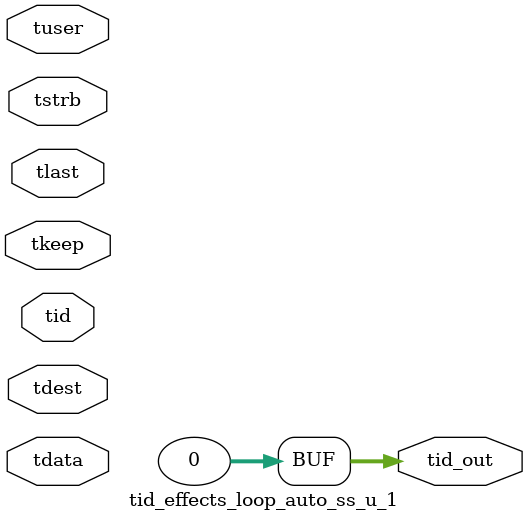
<source format=v>


`timescale 1ps/1ps

module tid_effects_loop_auto_ss_u_1 #
(
parameter C_S_AXIS_TID_WIDTH   = 1,
parameter C_S_AXIS_TUSER_WIDTH = 0,
parameter C_S_AXIS_TDATA_WIDTH = 0,
parameter C_S_AXIS_TDEST_WIDTH = 0,
parameter C_M_AXIS_TID_WIDTH   = 32
)
(
input  [(C_S_AXIS_TID_WIDTH   == 0 ? 1 : C_S_AXIS_TID_WIDTH)-1:0       ] tid,
input  [(C_S_AXIS_TDATA_WIDTH == 0 ? 1 : C_S_AXIS_TDATA_WIDTH)-1:0     ] tdata,
input  [(C_S_AXIS_TUSER_WIDTH == 0 ? 1 : C_S_AXIS_TUSER_WIDTH)-1:0     ] tuser,
input  [(C_S_AXIS_TDEST_WIDTH == 0 ? 1 : C_S_AXIS_TDEST_WIDTH)-1:0     ] tdest,
input  [(C_S_AXIS_TDATA_WIDTH/8)-1:0 ] tkeep,
input  [(C_S_AXIS_TDATA_WIDTH/8)-1:0 ] tstrb,
input                                                                    tlast,
output [(C_M_AXIS_TID_WIDTH   == 0 ? 1 : C_M_AXIS_TID_WIDTH)-1:0       ] tid_out
);

assign tid_out = {1'b0};

endmodule


</source>
